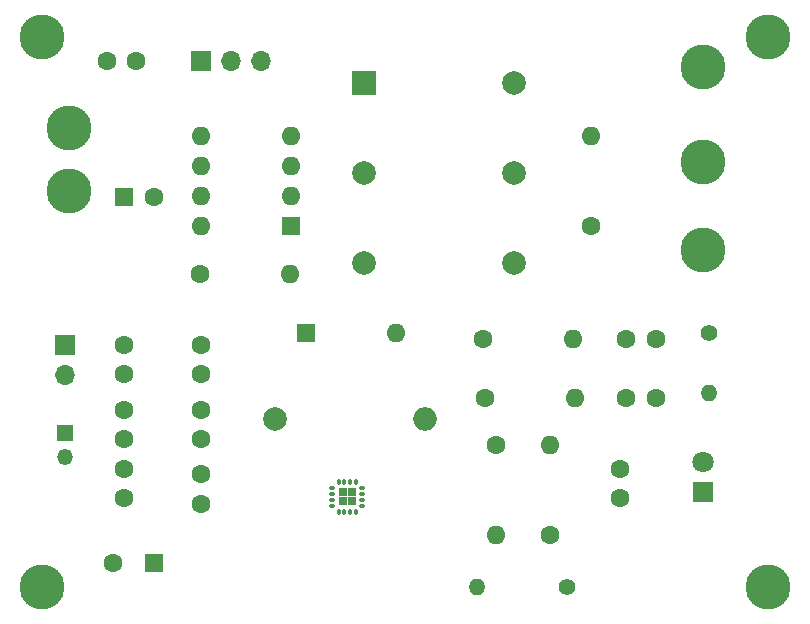
<source format=gbr>
%TF.GenerationSoftware,KiCad,Pcbnew,5.1.10*%
%TF.CreationDate,2021-06-24T13:38:34+02:00*%
%TF.ProjectId,supply,73757070-6c79-42e6-9b69-6361645f7063,rev?*%
%TF.SameCoordinates,Original*%
%TF.FileFunction,Soldermask,Top*%
%TF.FilePolarity,Negative*%
%FSLAX46Y46*%
G04 Gerber Fmt 4.6, Leading zero omitted, Abs format (unit mm)*
G04 Created by KiCad (PCBNEW 5.1.10) date 2021-06-24 13:38:34*
%MOMM*%
%LPD*%
G01*
G04 APERTURE LIST*
%ADD10C,3.800000*%
%ADD11C,1.600000*%
%ADD12O,1.600000X1.600000*%
%ADD13R,1.600000X1.600000*%
%ADD14C,1.400000*%
%ADD15O,1.400000X1.400000*%
%ADD16O,1.700000X1.700000*%
%ADD17R,1.700000X1.700000*%
%ADD18C,2.000000*%
%ADD19O,2.000000X2.000000*%
%ADD20R,1.350000X1.350000*%
%ADD21O,1.350000X1.350000*%
%ADD22O,0.600000X0.300000*%
%ADD23O,0.300000X0.600000*%
%ADD24R,0.755000X0.755000*%
%ADD25C,0.377500*%
%ADD26R,1.800000X1.800000*%
%ADD27C,1.800000*%
%ADD28R,2.000000X2.000000*%
G04 APERTURE END LIST*
D10*
%TO.C,J8*%
X45500000Y-89000000D03*
%TD*%
%TO.C,J9*%
X107000000Y-89000000D03*
%TD*%
%TO.C,J7*%
X107000000Y-135500000D03*
%TD*%
%TO.C,J6*%
X45500000Y-135500000D03*
%TD*%
D11*
%TO.C,R7*%
X58880000Y-109000000D03*
D12*
X66500000Y-109000000D03*
%TD*%
D11*
%TO.C,C12*%
X51000000Y-91000000D03*
X53500000Y-91000000D03*
%TD*%
D13*
%TO.C,U2*%
X66620000Y-105000000D03*
D12*
X59000000Y-97380000D03*
X66620000Y-102460000D03*
X59000000Y-99920000D03*
X66620000Y-99920000D03*
X59000000Y-102460000D03*
X66620000Y-97380000D03*
X59000000Y-105000000D03*
%TD*%
D14*
%TO.C,PTC1*%
X102000000Y-114000000D03*
D15*
X102000000Y-119080000D03*
%TD*%
D16*
%TO.C,BT1*%
X47500000Y-117540000D03*
D17*
X47500000Y-115000000D03*
%TD*%
D10*
%TO.C,J2*%
X101500000Y-99500000D03*
%TD*%
%TO.C,J3*%
X101500000Y-91500000D03*
%TD*%
%TO.C,J4*%
X101500000Y-107000000D03*
%TD*%
D11*
%TO.C,C1*%
X52500000Y-117500000D03*
X52500000Y-115000000D03*
%TD*%
%TO.C,C2*%
X52500000Y-120500000D03*
X52500000Y-123000000D03*
%TD*%
%TO.C,C3*%
X95000000Y-114500000D03*
X97500000Y-114500000D03*
%TD*%
%TO.C,C4*%
X52500000Y-128000000D03*
X52500000Y-125500000D03*
%TD*%
%TO.C,C7*%
X59000000Y-115000000D03*
X59000000Y-117500000D03*
%TD*%
%TO.C,C8*%
X59000000Y-120500000D03*
X59000000Y-123000000D03*
%TD*%
%TO.C,C9*%
X97500000Y-119500000D03*
X95000000Y-119500000D03*
%TD*%
%TO.C,C10*%
X94500000Y-128000000D03*
X94500000Y-125500000D03*
%TD*%
D13*
%TO.C,D1*%
X67880000Y-114000000D03*
D12*
X75500000Y-114000000D03*
%TD*%
D18*
%TO.C,L1*%
X65275000Y-121325000D03*
D19*
X77975000Y-121325000D03*
%TD*%
D12*
%TO.C,R1*%
X90620000Y-119500000D03*
D11*
X83000000Y-119500000D03*
%TD*%
%TO.C,R2*%
X82880000Y-114500000D03*
D12*
X90500000Y-114500000D03*
%TD*%
D11*
%TO.C,R5*%
X84000000Y-123500000D03*
D12*
X84000000Y-131120000D03*
%TD*%
%TO.C,R6*%
X88500000Y-123500000D03*
D11*
X88500000Y-131120000D03*
%TD*%
D20*
%TO.C,SW1*%
X47500000Y-122500000D03*
D21*
X47500000Y-124500000D03*
%TD*%
D22*
%TO.C,U1*%
X70102500Y-127128000D03*
X70102500Y-127628000D03*
X70102500Y-128128000D03*
X70102500Y-128628000D03*
D23*
X70627500Y-129153000D03*
X71127500Y-129153000D03*
X71627500Y-129153000D03*
X72127500Y-129153000D03*
D22*
X72652500Y-128628000D03*
X72652500Y-128128000D03*
X72652500Y-127628000D03*
X72652500Y-127128000D03*
D23*
X72127500Y-126603000D03*
X71627500Y-126603000D03*
X71127500Y-126603000D03*
X70627500Y-126603000D03*
D24*
X71000000Y-127500500D03*
X71000000Y-128255500D03*
X71755000Y-127500500D03*
X71755000Y-128255500D03*
D25*
X71000000Y-127500500D03*
X71000000Y-128255500D03*
X71755000Y-127500500D03*
X71755000Y-128255500D03*
%TD*%
D10*
%TO.C,J1*%
X47825000Y-96675000D03*
%TD*%
%TO.C,J5*%
X47825000Y-102025000D03*
%TD*%
D17*
%TO.C,RV1*%
X59000000Y-91000000D03*
D16*
X61540000Y-91000000D03*
X64080000Y-91000000D03*
%TD*%
D26*
%TO.C,D2*%
X101500000Y-127500000D03*
D27*
X101500000Y-124960000D03*
%TD*%
D14*
%TO.C,R8*%
X90000000Y-135500000D03*
D15*
X82380000Y-135500000D03*
%TD*%
D11*
%TO.C,R3*%
X92000000Y-105000000D03*
D12*
X92000000Y-97380000D03*
%TD*%
D18*
%TO.C,TR1*%
X85500000Y-92880000D03*
D28*
X72800000Y-92880000D03*
D18*
X85500000Y-100500000D03*
X72800000Y-100500000D03*
X85500000Y-108120000D03*
X72800000Y-108120000D03*
%TD*%
D11*
%TO.C,C6*%
X59000000Y-126000000D03*
X59000000Y-128500000D03*
%TD*%
D13*
%TO.C,C11*%
X52500000Y-102500000D03*
D11*
X55000000Y-102500000D03*
%TD*%
D13*
%TO.C,C5*%
X55000000Y-133500000D03*
D11*
X51500000Y-133500000D03*
%TD*%
M02*

</source>
